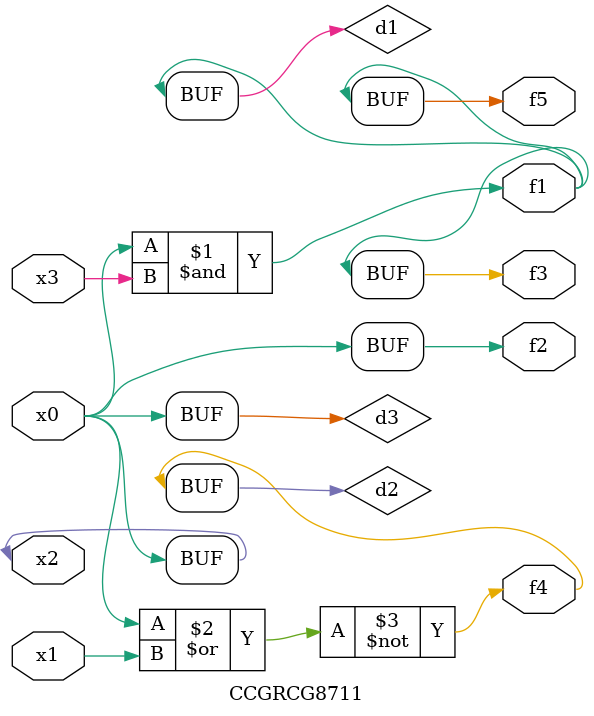
<source format=v>
module CCGRCG8711(
	input x0, x1, x2, x3,
	output f1, f2, f3, f4, f5
);

	wire d1, d2, d3;

	and (d1, x2, x3);
	nor (d2, x0, x1);
	buf (d3, x0, x2);
	assign f1 = d1;
	assign f2 = d3;
	assign f3 = d1;
	assign f4 = d2;
	assign f5 = d1;
endmodule

</source>
